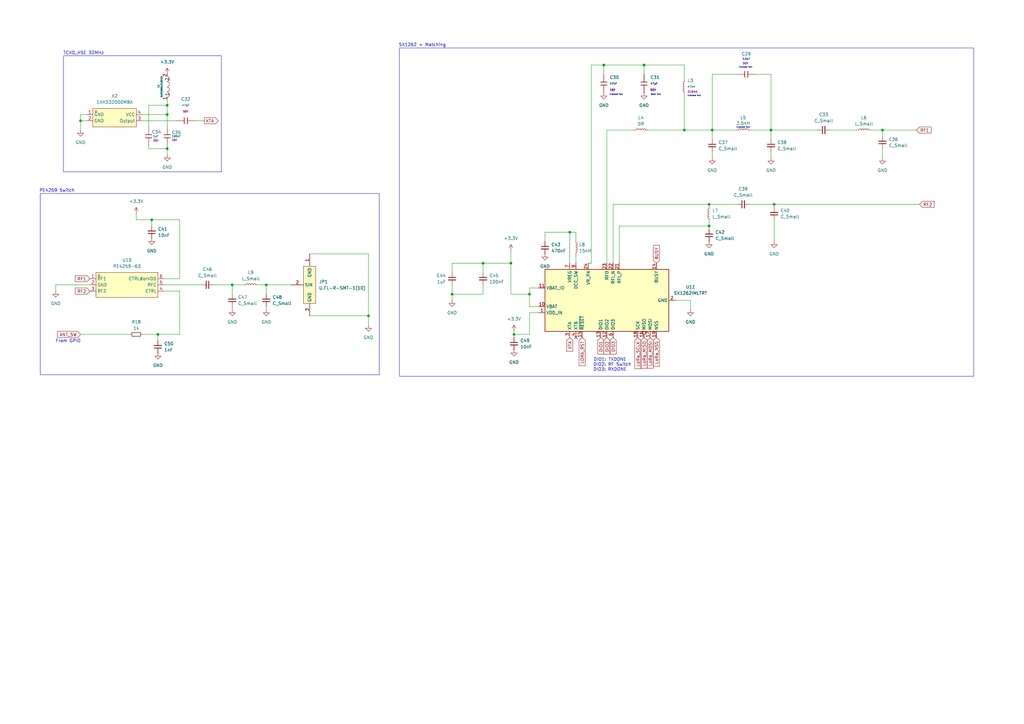
<source format=kicad_sch>
(kicad_sch (version 20250114) (generator "eeschema") (generator_version "9.0")
  (paper "A3")
  (lib_symbols
    (symbol "0402,100nF_1" (pin_numbers (hide yes)) (pin_names (offset 0))
      (property "Reference" "C" (at 2.032 1.668 0))
      (property "Value" "100nF" (at 2.032 -0.3782 0))
      (property "Voltage Rated" "16V" (at 2.032 -2.0462 0))
      (symbol "0402,100nF_1_0_1"
        (polyline (pts (xy -1.27 0.635) (xy 1.27 0.635)) (stroke (width 0.254)))
        (polyline (pts (xy -1.27 -0.635) (xy 1.27 -0.635)) (stroke (width 0.254)))
      )
      (symbol "0402,100nF_1_1_1"
        (pin passive line (at 0 3.81 270) (length 3.175) (name "~") (number "1"))
        (pin passive line (at 0 -3.81 90) (length 3.175) (name "~") (number "2"))
      )
    )
    (symbol "0402,1uF_2" (pin_numbers (hide yes)) (pin_names (offset 0))
      (property "Reference" "C" (at 2.032 1.668 0))
      (property "Value" "1uF" (at 2.032 -0.3782 0))
      (property "Voltage Rated" "25V" (at 2.032 -2.0462 0))
      (symbol "0402,1uF_2_0_1"
        (polyline (pts (xy -1.27 0.635) (xy 1.27 0.635)) (stroke (width 0.254)))
        (polyline (pts (xy -1.27 -0.635) (xy 1.27 -0.635)) (stroke (width 0.254)))
      )
      (symbol "0402,1uF_2_1_1"
        (pin passive line (at 0 3.81 270) (length 3.175) (name "~") (number "1"))
        (pin passive line (at 0 -3.81 90) (length 3.175) (name "~") (number "2"))
      )
    )
    (symbol "0402,47pF_1" (pin_numbers (hide yes)) (pin_names (offset 0))
      (property "Reference" "C" (at 2.032 1.668 0))
      (property "Value" "47pF" (at 2.032 -0.3782 0))
      (property "Voltage Rated" "50V" (at 2.032 -2.0462 0))
      (symbol "0402,47pF_1_0_1"
        (polyline (pts (xy -1.27 0.635) (xy 1.27 0.635)) (stroke (width 0.254)))
        (polyline (pts (xy -1.27 -0.635) (xy 1.27 -0.635)) (stroke (width 0.254)))
      )
      (symbol "0402,47pF_1_1_1"
        (pin passive line (at 0 3.81 270) (length 3.175) (name "~") (number "1"))
        (pin passive line (at 0 -3.81 90) (length 3.175) (name "~") (number "2"))
      )
    )
    (symbol "Device:C_Small" (pin_numbers (hide yes)) (pin_names (offset 0.254) (hide yes))
      (property "Reference" "C" (at 0.254 1.778 0))
      (property "Value" "C_Small" (at 0.254 -2.032 0))
      (symbol "C_Small_0_1"
        (polyline (pts (xy -1.524 0.508) (xy 1.524 0.508)) (stroke (width 0.3048)))
        (polyline (pts (xy -1.524 -0.508) (xy 1.524 -0.508)) (stroke (width 0.3302)))
      )
      (symbol "C_Small_1_1"
        (pin passive line (at 0 2.54 270) (length 2.032) (name "~") (number "1"))
        (pin passive line (at 0 -2.54 90) (length 2.032) (name "~") (number "2"))
      )
    )
    (symbol "Device:L_Small" (pin_numbers (hide yes)) (pin_names (offset 0.254) (hide yes))
      (property "Reference" "L" (at 0.762 1.016 0))
      (property "Value" "L_Small" (at 0.762 -1.016 0))
      (symbol "L_Small_0_1"
        (arc (start 0 2.032) (mid 0.5058 1.524) (end 0 1.016))
        (arc (start 0 1.016) (mid 0.5058 0.508) (end 0 0))
        (arc (start 0 0) (mid 0.5058 -0.508) (end 0 -1.016))
        (arc (start 0 -1.016) (mid 0.5058 -1.524) (end 0 -2.032))
      )
      (symbol "L_Small_1_1"
        (pin passive line (at 0 2.54 270) (length 0.508) (name "~") (number "1"))
        (pin passive line (at 0 -2.54 90) (length 0.508) (name "~") (number "2"))
      )
    )
    (symbol "Device:R_Small" (pin_numbers (hide yes)) (pin_names (offset 0.254) (hide yes))
      (property "Reference" "R" (at 0.762 0.508 0))
      (property "Value" "R_Small" (at 0.762 -1.016 0))
      (symbol "R_Small_0_1"
        (rectangle (start -0.762 1.778) (end 0.762 -1.778) (stroke (width 0.2032)))
      )
      (symbol "R_Small_1_1"
        (pin passive line (at 0 2.54 270) (length 0.762) (name "~") (number "1"))
        (pin passive line (at 0 -2.54 90) (length 0.762) (name "~") (number "2"))
      )
    )
    (symbol "EasyEDA:1XXD32000MBA"
      (property "Reference" "X" (at 0 6.35 0))
      (property "Value" "1XXD32000MBA" (at 0 -6.35 0))
      (symbol "1XXD32000MBA_0_1"
        (rectangle (start -8.89 3.81) (end 8.89 -3.81) (fill (type background)))
        (circle (center -7.62 2.54) (radius 0.38))
        (pin unspecified line (at -11.43 1.27 0) (length 2.54) (name "GND") (number "1"))
        (pin unspecified line (at -11.43 -1.27 0) (length 2.54) (name "GND") (number "2"))
        (pin unspecified line (at 11.43 1.27 180) (length 2.54) (name "VCC") (number "4"))
        (pin unspecified line (at 11.43 -1.27 180) (length 2.54) (name "Output") (number "3"))
      )
    )
    (symbol "EasyEDA:BLM18AG121SN1D"
      (property "Reference" "L" (at 0 5.08 0))
      (property "Value" "BLM18AG121SN1D" (at 0 -5.08 0))
      (symbol "BLM18AG121SN1D_0_1"
        (arc (start -2.27 -0.02) (mid -3.28 -0.937) (end -4.29 -0.02))
        (arc (start -0.11 -0.02) (mid -1.12 -0.937) (end -2.13 -0.02))
        (arc (start 2.04 -0.02) (mid 1.03 -0.937) (end 0.02 -0.02))
        (arc (start 4.23 -0.02) (mid 3.22 -0.9448) (end 2.21 -0.02))
        (pin unspecified line (at -5.08 0 0) (length 0.762) (name "1") (number "1"))
        (pin unspecified line (at 5.08 0 180) (length 0.762) (name "2") (number "2"))
      )
    )
    (symbol "EasyEDA:PE4259-63"
      (property "Reference" "U" (at 0 7.62 0))
      (property "Value" "PE4259-63" (at 0 -7.62 0))
      (symbol "PE4259-63_0_1"
        (rectangle (start -12.7 5.08) (end 12.7 -5.08) (fill (type background)))
        (circle (center -11.43 3.81) (radius 0.38))
        (pin unspecified line (at -15.24 2.54 0) (length 2.54) (name "RF1") (number "1"))
        (pin unspecified line (at -15.24 0 0) (length 2.54) (name "GND") (number "2"))
        (pin unspecified line (at -15.24 -2.54 0) (length 2.54) (name "RF2") (number "3"))
        (pin unspecified line (at 15.24 2.54 180) (length 2.54) (name "CTRL#orVDD") (number "6"))
        (pin unspecified line (at 15.24 0 180) (length 2.54) (name "RFC") (number "5"))
        (pin unspecified line (at 15.24 -2.54 180) (length 2.54) (name "CTRL") (number "4"))
      )
    )
    (symbol "EasyEDA:U.FL-R-SMT-1(10)"
      (property "Reference" "JP" (at 0 7.62 0))
      (property "Value" "U.FL-R-SMT-1(10)" (at 0 -10.16 0))
      (symbol "U.FL-R-SMT-1(10)_0_1"
        (rectangle (start -7.62 5.08) (end 7.62 0) (fill (type background)))
        (pin unspecified line (at -12.7 2.54 0) (length 5.08) (name "GND") (number "1"))
        (pin unspecified line (at 0 -5.08 90) (length 5.08) (name "SIN") (number "2"))
        (pin unspecified line (at 12.7 2.54 180) (length 5.08) (name "GND") (number "3"))
      )
    )
    (symbol "PCM_JLCPCB-Capacitors:0402,3.3pF" (pin_numbers (hide yes)) (pin_names (offset 0))
      (property "Reference" "C" (at 2.032 1.668 0))
      (property "Value" "3.3pF" (at 2.032 -0.3782 0))
      (property "Voltage Rated" "50V" (at 2.032 -2.0462 0))
      (symbol "0402,3.3pF_0_1"
        (polyline (pts (xy -1.27 0.635) (xy 1.27 0.635)) (stroke (width 0.254)))
        (polyline (pts (xy -1.27 -0.635) (xy 1.27 -0.635)) (stroke (width 0.254)))
      )
      (symbol "0402,3.3pF_1_1"
        (pin passive line (at 0 3.81 270) (length 3.175) (name "~") (number "1"))
        (pin passive line (at 0 -3.81 90) (length 3.175) (name "~") (number "2"))
      )
    )
    (symbol "PCM_JLCPCB-Capacitors:0402,47pF" (pin_numbers (hide yes)) (pin_names (offset 0))
      (property "Reference" "C" (at 2.032 1.668 0))
      (property "Value" "47pF" (at 2.032 -0.3782 0))
      (property "Voltage Rated" "50V" (at 2.032 -2.0462 0))
      (symbol "0402,47pF_0_1"
        (polyline (pts (xy -1.27 0.635) (xy 1.27 0.635)) (stroke (width 0.254)))
        (polyline (pts (xy -1.27 -0.635) (xy 1.27 -0.635)) (stroke (width 0.254)))
      )
      (symbol "0402,47pF_1_1"
        (pin passive line (at 0 3.81 270) (length 3.175) (name "~") (number "1"))
        (pin passive line (at 0 -3.81 90) (length 3.175) (name "~") (number "2"))
      )
    )
    (symbol "RF:SX1262IMLTRT"
      (property "Reference" "U" (at 13.97 24.13 0))
      (property "Value" "SX1262IMLTRT" (at 13.97 21.59 0))
      (symbol "SX1262IMLTRT_0_1"
        (rectangle (start -12.7 25.4) (end 12.7 -25.4) (stroke (width 0.254)) (fill (type background)))
      )
      (symbol "SX1262IMLTRT_1_1"
        (pin bidirectional line (at -15.24 15.24 0) (length 2.54) (name "XTA") (number "3"))
        (pin bidirectional line (at -15.24 12.7 0) (length 2.54) (name "XTB") (number "4"))
        (pin input line (at -15.24 10.16 0) (length 2.54) (name "~{RESET}") (number "15"))
        (pin bidirectional line (at -15.24 2.54 0) (length 2.54) (name "DIO1") (number "13"))
        (pin bidirectional line (at -15.24 0 0) (length 2.54) (name "DIO2") (number "12"))
        (pin bidirectional line (at -15.24 -2.54 0) (length 2.54) (name "DIO3") (number "6"))
        (pin input line (at -15.24 -12.7 0) (length 2.54) (name "SCK") (number "18"))
        (pin tri_state inverted (at -15.24 -15.24 0) (length 2.54) (name "MISO") (number "16"))
        (pin input line (at -15.24 -17.78 0) (length 2.54) (name "MOSI") (number "17"))
        (pin input line (at -15.24 -20.32 0) (length 2.54) (name "NSS") (number "19"))
        (pin power_in line (at -5.08 27.94 270) (length 2.54) (name "VDD_IN") (number "1"))
        (pin power_in line (at -2.54 27.94 270) (length 2.54) (name "VBAT") (number "10"))
        (pin power_in line (at 0 -27.94 90) (length 2.54) (name "GND") (number "2"))
        (pin passive line (at 0 -27.94 90) (length 2.54) (hide yes) (name "GND") (number "20"))
        (pin passive line (at 0 -27.94 90) (length 2.54) (hide yes) (name "GND") (number "25"))
        (pin passive line (at 0 -27.94 90) (length 2.54) (hide yes) (name "GND") (number "5"))
        (pin passive line (at 0 -27.94 90) (length 2.54) (hide yes) (name "GND") (number "8"))
        (pin power_in line (at 5.08 27.94 270) (length 2.54) (name "VBAT_IO") (number "11"))
        (pin power_out line (at 15.24 15.24 180) (length 2.54) (name "VREG") (number "7"))
        (pin power_out line (at 15.24 12.7 180) (length 2.54) (name "DCC_SW") (number "9"))
        (pin power_out line (at 15.24 7.62 180) (length 2.54) (name "VR_PA") (number "24"))
        (pin output line (at 15.24 0 180) (length 2.54) (name "RFO") (number "23"))
        (pin input line (at 15.24 -2.54 180) (length 2.54) (name "RFI_N") (number "22"))
        (pin input line (at 15.24 -5.08 180) (length 2.54) (name "RFI_P") (number "21"))
        (pin output line (at 15.24 -20.32 180) (length 2.54) (name "BUSY") (number "14"))
      )
    )
    (symbol "power:+3.3V" (power) (pin_numbers (hide yes)) (pin_names (offset 0) (hide yes))
      (property "Value" "+3.3V" (at 0 3.556 0))
      (symbol "+3.3V_0_1"
        (polyline (pts (xy -0.762 1.27) (xy 0 2.54)))
        (polyline (pts (xy 0 2.54) (xy 0.762 1.27)))
        (polyline (pts (xy 0 0) (xy 0 2.54)))
      )
      (symbol "+3.3V_1_1"
        (pin power_in line (at 0 0 90) (length 0) (name "~") (number "1"))
      )
    )
    (symbol "power:GND" (power) (pin_numbers (hide yes)) (pin_names (offset 0) (hide yes))
      (property "Value" "GND" (at 0 -3.81 0))
      (symbol "GND_0_1"
        (polyline (pts (xy 0 0) (xy 0 -1.27) (xy 1.27 -1.27) (xy 0 -2.54) (xy -1.27 -1.27) (xy 0 -1.27)))
      )
      (symbol "GND_1_1"
        (pin power_in line (at 0 0 270) (length 0) (name "~") (number "1"))
      )
    )
  )
  (rectangle (start 26.035 22.86) (end 90.805 70.485))
  (rectangle (start 16.51 79.375) (end 155.575 153.67))
  (rectangle (start 163.83 19.685) (end 399.415 154.305))
  (text "SX1262 + Matching" (at 173.228 18.542 0) (effects (font (size 1.27 1.27))))
  (text "PE4259 Switch" (at 23.368 78.232 0) (effects (font (size 1.27 1.27))))
  (text "DIO1: TXDONE\n  DIO2: RF Switch\n DIO3: RXDONE " (at 250.19 149.606 0) (effects (font (size 1.27 1.27))))
  (text "Extended Part" (at 252.73 38.862 0) (effects (font (size 0.508 0.508))))
  (text "From GPIO" (at 27.94 139.954 0) (effects (font (size 1.27 1.27))))
  (text "Basic Part" (at 268.986 38.862 0) (effects (font (size 0.508 0.508))))
  (text "Extended Part" (at 304.8 52.324 0) (effects (font (size 0.508 0.508))))
  (text "Extended Part" (at 284.734 39.37 0) (effects (font (size 0.508 0.508))))
  (text "Extended Part" (at 305.816 27.686 0) (effects (font (size 0.508 0.508))))
  (text "TCXO_HSE 32MHz\n" (at 34.29 21.844 0) (effects (font (size 1.27 1.27))))
  (junction (at 217.17 120.65))
  (junction (at 209.55 107.95))
  (junction (at 33.02 49.53))
  (junction (at 317.5 83.82))
  (junction (at 280.67 53.34))
  (junction (at 64.77 137.16))
  (junction (at 290.83 83.82))
  (junction (at 62.23 90.17))
  (junction (at 68.58 43.18))
  (junction (at 247.65 26.67))
  (junction (at 185.42 120.65))
  (junction (at 292.1 53.34))
  (junction (at 210.82 137.16))
  (junction (at 264.16 26.67))
  (junction (at 68.58 46.99))
  (junction (at 361.95 53.34))
  (junction (at 233.68 95.25))
  (junction (at 198.12 107.95))
  (junction (at 151.13 129.54))
  (junction (at 290.83 92.71))
  (junction (at 109.22 116.84))
  (junction (at 316.23 53.34))
  (junction (at 68.58 60.96))
  (junction (at 95.25 116.84))
  (no_connect (at 236.22 138.43))
  (wire (pts (xy 251.46 83.82) (xy 290.83 83.82)))
  (wire (pts (xy 316.23 62.23) (xy 316.23 64.77)))
  (wire (pts (xy 68.58 59.69) (xy 68.58 60.96)))
  (wire (pts (xy 242.57 26.67) (xy 242.57 107.95)))
  (wire (pts (xy 248.92 53.34) (xy 260.35 53.34)))
  (wire (pts (xy 68.58 60.96) (xy 68.58 63.5)))
  (wire (pts (xy 33.02 49.53) (xy 35.56 49.53)))
  (wire (pts (xy 290.83 90.17) (xy 290.83 92.71)))
  (wire (pts (xy 280.67 53.34) (xy 265.43 53.34)))
  (wire (pts (xy 361.95 53.34) (xy 375.92 53.34)))
  (wire (pts (xy 290.83 85.09) (xy 290.83 83.82)))
  (wire (pts (xy 247.65 26.67) (xy 247.65 30.48)))
  (wire (pts (xy 67.31 114.3) (xy 73.66 114.3)))
  (wire (pts (xy 316.23 30.48) (xy 316.23 53.34)))
  (wire (pts (xy 280.67 53.34) (xy 292.1 53.34)))
  (wire (pts (xy 60.96 60.96) (xy 68.58 60.96)))
  (wire (pts (xy 109.22 116.84) (xy 119.38 116.84)))
  (wire (pts (xy 22.86 119.38) (xy 22.86 116.84)))
  (wire (pts (xy 185.42 107.95) (xy 198.12 107.95)))
  (wire (pts (xy 236.22 104.14) (xy 236.22 107.95)))
  (wire (pts (xy 233.68 107.95) (xy 233.68 95.25)))
  (wire (pts (xy 33.02 46.99) (xy 33.02 49.53)))
  (wire (pts (xy 185.42 111.76) (xy 185.42 107.95)))
  (wire (pts (xy 242.57 26.67) (xy 247.65 26.67)))
  (wire (pts (xy 209.55 107.95) (xy 209.55 120.65)))
  (wire (pts (xy 209.55 120.65) (xy 217.17 120.65)))
  (wire (pts (xy 64.77 137.16) (xy 64.77 139.7)))
  (wire (pts (xy 280.67 33.02) (xy 280.67 26.67)))
  (wire (pts (xy 290.83 83.82) (xy 302.26 83.82)))
  (wire (pts (xy 309.88 30.48) (xy 316.23 30.48)))
  (wire (pts (xy 68.58 40.64) (xy 68.58 43.18)))
  (wire (pts (xy 307.34 83.82) (xy 317.5 83.82)))
  (wire (pts (xy 233.68 95.25) (xy 223.52 95.25)))
  (wire (pts (xy 292.1 62.23) (xy 292.1 64.77)))
  (wire (pts (xy 217.17 125.73) (xy 220.98 125.73)))
  (wire (pts (xy 67.31 119.38) (xy 73.66 119.38)))
  (wire (pts (xy 22.86 116.84) (xy 36.83 116.84)))
  (wire (pts (xy 292.1 53.34) (xy 292.1 57.15)))
  (wire (pts (xy 340.36 53.34) (xy 351.79 53.34)))
  (wire (pts (xy 251.46 107.95) (xy 251.46 83.82)))
  (wire (pts (xy 67.31 116.84) (xy 82.55 116.84)))
  (wire (pts (xy 55.88 90.17) (xy 62.23 90.17)))
  (wire (pts (xy 242.57 107.95) (xy 241.3 107.95)))
  (wire (pts (xy 292.1 30.48) (xy 292.1 53.34)))
  (wire (pts (xy 292.1 53.34) (xy 302.26 53.34)))
  (wire (pts (xy 185.42 120.65) (xy 185.42 116.84)))
  (wire (pts (xy 217.17 118.11) (xy 217.17 120.65)))
  (wire (pts (xy 60.96 52.07) (xy 60.96 43.18)))
  (wire (pts (xy 264.16 26.67) (xy 264.16 30.48)))
  (wire (pts (xy 280.67 26.67) (xy 264.16 26.67)))
  (wire (pts (xy 280.67 38.1) (xy 280.67 53.34)))
  (wire (pts (xy 254 107.95) (xy 254 92.71)))
  (wire (pts (xy 236.22 95.25) (xy 233.68 95.25)))
  (wire (pts (xy 127 129.54) (xy 151.13 129.54)))
  (wire (pts (xy 236.22 99.06) (xy 236.22 95.25)))
  (wire (pts (xy 73.66 137.16) (xy 64.77 137.16)))
  (wire (pts (xy 317.5 83.82) (xy 317.5 85.09)))
  (wire (pts (xy 62.23 90.17) (xy 62.23 92.71)))
  (wire (pts (xy 95.25 116.84) (xy 100.33 116.84)))
  (wire (pts (xy 151.13 104.14) (xy 151.13 129.54)))
  (wire (pts (xy 317.5 83.82) (xy 377.19 83.82)))
  (wire (pts (xy 33.02 49.53) (xy 33.02 53.34)))
  (wire (pts (xy 361.95 53.34) (xy 361.95 55.88)))
  (wire (pts (xy 83.82 49.53) (xy 80.01 49.53)))
  (wire (pts (xy 151.13 104.14) (xy 127 104.14)))
  (wire (pts (xy 198.12 107.95) (xy 198.12 111.76)))
  (wire (pts (xy 210.82 138.43) (xy 210.82 137.16)))
  (wire (pts (xy 254 92.71) (xy 290.83 92.71)))
  (wire (pts (xy 95.25 125.73) (xy 95.25 127)))
  (wire (pts (xy 55.88 87.63) (xy 55.88 90.17)))
  (wire (pts (xy 105.41 116.84) (xy 109.22 116.84)))
  (wire (pts (xy 109.22 116.84) (xy 109.22 120.65)))
  (wire (pts (xy 60.96 43.18) (xy 68.58 43.18)))
  (wire (pts (xy 68.58 43.18) (xy 68.58 46.99)))
  (wire (pts (xy 33.02 137.16) (xy 53.34 137.16)))
  (wire (pts (xy 35.56 46.99) (xy 33.02 46.99)))
  (wire (pts (xy 302.26 30.48) (xy 292.1 30.48)))
  (wire (pts (xy 316.23 53.34) (xy 316.23 57.15)))
  (wire (pts (xy 185.42 120.65) (xy 185.42 123.19)))
  (wire (pts (xy 198.12 116.84) (xy 198.12 120.65)))
  (wire (pts (xy 356.87 53.34) (xy 361.95 53.34)))
  (wire (pts (xy 73.66 114.3) (xy 73.66 90.17)))
  (wire (pts (xy 220.98 128.27) (xy 217.17 128.27)))
  (wire (pts (xy 198.12 107.95) (xy 209.55 107.95)))
  (wire (pts (xy 58.42 46.99) (xy 68.58 46.99)))
  (wire (pts (xy 95.25 120.65) (xy 95.25 116.84)))
  (wire (pts (xy 316.23 53.34) (xy 335.28 53.34)))
  (wire (pts (xy 58.42 137.16) (xy 64.77 137.16)))
  (wire (pts (xy 151.13 129.54) (xy 151.13 133.35)))
  (wire (pts (xy 283.21 123.19) (xy 283.21 127)))
  (wire (pts (xy 109.22 125.73) (xy 109.22 127)))
  (wire (pts (xy 317.5 99.06) (xy 317.5 90.17)))
  (wire (pts (xy 361.95 64.77) (xy 361.95 60.96)))
  (wire (pts (xy 68.58 46.99) (xy 68.58 52.07)))
  (wire (pts (xy 60.96 59.69) (xy 60.96 60.96)))
  (wire (pts (xy 290.83 92.71) (xy 290.83 93.98)))
  (wire (pts (xy 307.34 53.34) (xy 316.23 53.34)))
  (wire (pts (xy 217.17 120.65) (xy 217.17 125.73)))
  (wire (pts (xy 185.42 120.65) (xy 198.12 120.65)))
  (wire (pts (xy 73.66 119.38) (xy 73.66 137.16)))
  (wire (pts (xy 210.82 137.16) (xy 210.82 135.89)))
  (wire (pts (xy 276.86 123.19) (xy 283.21 123.19)))
  (wire (pts (xy 217.17 137.16) (xy 210.82 137.16)))
  (wire (pts (xy 223.52 95.25) (xy 223.52 99.06)))
  (wire (pts (xy 220.98 118.11) (xy 217.17 118.11)))
  (wire (pts (xy 248.92 53.34) (xy 248.92 107.95)))
  (wire (pts (xy 87.63 116.84) (xy 95.25 116.84)))
  (wire (pts (xy 264.16 26.67) (xy 247.65 26.67)))
  (wire (pts (xy 217.17 128.27) (xy 217.17 137.16)))
  (wire (pts (xy 73.66 90.17) (xy 62.23 90.17)))
  (wire (pts (xy 209.55 102.87) (xy 209.55 107.95)))
  (wire (pts (xy 58.42 49.53) (xy 72.39 49.53)))
  (global_label "DIO1" (shape input) (at 246.38 138.43 270) (property "Intersheetrefs" "${INTERSHEET_REFS}" (effects (hide yes))))
  (global_label "LoRa_MISO" (shape input) (at 264.16 138.43 270) (property "Intersheetrefs" "${INTERSHEET_REFS}" (effects (hide yes))))
  (global_label "LORA_RST" (shape input) (at 238.76 138.43 270) (property "Intersheetrefs" "${INTERSHEET_REFS}" (effects (hide yes))))
  (global_label "XTA" (shape input) (at 233.68 138.43 270) (property "Intersheetrefs" "${INTERSHEET_REFS}" (effects (hide yes))))
  (global_label "RF2" (shape input) (at 36.83 119.38 180) (property "Intersheetrefs" "${INTERSHEET_REFS}" (effects (hide yes))))
  (global_label "DIO2" (shape input) (at 248.92 138.43 270) (property "Intersheetrefs" "${INTERSHEET_REFS}" (effects (hide yes))))
  (global_label "BUSY" (shape input) (at 269.24 107.95 90) (property "Intersheetrefs" "${INTERSHEET_REFS}" (effects (hide yes))))
  (global_label "LoRa_SCLK" (shape input) (at 261.62 138.43 270) (property "Intersheetrefs" "${INTERSHEET_REFS}" (effects (hide yes))))
  (global_label "XTA" (shape output) (at 83.82 49.53 0) (property "Intersheetrefs" "${INTERSHEET_REFS}" (effects (hide yes))))
  (global_label "LoRa_NSS" (shape input) (at 269.24 138.43 270) (property "Intersheetrefs" "${INTERSHEET_REFS}" (effects (hide yes))))
  (global_label "ANT_SW" (shape input) (at 33.02 137.16 180) (property "Intersheetrefs" "${INTERSHEET_REFS}" (effects (hide yes))))
  (global_label "DIO3" (shape input) (at 251.46 138.43 270) (property "Intersheetrefs" "${INTERSHEET_REFS}" (effects (hide yes))))
  (global_label "RF1" (shape input) (at 375.92 53.34 0) (property "Intersheetrefs" "${INTERSHEET_REFS}" (effects (hide yes))))
  (global_label "RF1" (shape input) (at 36.83 114.3 180) (property "Intersheetrefs" "${INTERSHEET_REFS}" (effects (hide yes))))
  (global_label "RF2" (shape input) (at 377.19 83.82 0) (property "Intersheetrefs" "${INTERSHEET_REFS}" (effects (hide yes))))
  (global_label "LoRa_MOSI" (shape input) (at 266.7 138.43 270) (property "Intersheetrefs" "${INTERSHEET_REFS}" (effects (hide yes))))
  (symbol (lib_id "Device:C_Small") (at 223.52 101.6 0) (unit 1)
    (property "Reference" "C43" (at 226.06 100.3362 0) (effects (justify left)))
    (property "Value" "470nF" (at 226.06 102.8762 0) (effects (justify left)))
    (property "Footprint" "PCM_JLCPCB:C_0402" (effects (hide yes)))
    (property "Description" "Unpolarized capacitor, small symbol" (effects (hide yes)))
  )
  (symbol (lib_id "power:GND") (at 317.5 99.06 0) (unit 1)
    (property "Reference" "#PWR055" (effects (hide yes)))
    (property "Value" "GND" (at 317.5 104.14 0))
    (property "Description" "Power symbol creates a global label with name \"GND\" , ground" (effects (hide yes)))
  )
  (symbol (lib_id "power:GND") (at 95.25 127 0) (unit 1)
    (property "Reference" "#PWR060" (effects (hide yes)))
    (property "Value" "GND" (at 95.25 132.08 0))
    (property "Description" "Power symbol creates a global label with name \"GND\" , ground" (effects (hide yes)))
  )
  (symbol (lib_id "Device:C_Small") (at 185.42 114.3 0) (mirror y) (unit 1)
    (property "Reference" "C44" (at 182.88 113.0362 0) (effects (justify left)))
    (property "Value" "1uF" (at 182.88 115.5762 0) (effects (justify left)))
    (property "Footprint" "PCM_JLCPCB:C_0402" (effects (hide yes)))
    (property "Description" "Unpolarized capacitor, small symbol" (effects (hide yes)))
  )
  (symbol (lib_id "Device:R_Small") (at 55.88 137.16 90) (unit 1)
    (property "Reference" "R18" (at 55.88 132.08 90))
    (property "Value" "1k" (at 55.88 134.62 90))
    (property "Footprint" "Resistor_SMD:R_0402_1005Metric" (effects (hide yes)))
    (property "Description" "Resistor, small symbol" (effects (hide yes)))
  )
  (symbol (lib_id "Device:L_Small") (at 304.8 53.34 90) (unit 1)
    (property "Reference" "L5" (at 304.8 48.26 90))
    (property "Value" "2.5nH" (at 304.8 50.546 90))
    (property "Footprint" "PCM_JLCPCB:C_0402" (effects (hide yes)))
    (property "Description" "RF Inductors - SMD 2.5 NH +-.2NH" (effects (hide yes)))
    (property "Part" "LQW15AN2N5C00D" (effects (hide yes)))
    (property "Manufacturer" "Murata Electronics" (effects (hide yes)))
  )
  (symbol (lib_id "Device:C_Small") (at 317.5 87.63 180) (unit 1)
    (property "Reference" "C40" (at 320.04 86.3535 0) (effects (justify right)))
    (property "Value" "C_Small" (at 320.04 88.8935 0) (effects (justify right)))
    (property "Footprint" "PCM_JLCPCB:C_0402" (effects (hide yes)))
    (property "Description" "Unpolarized capacitor, small symbol" (effects (hide yes)))
  )
  (symbol (lib_id "Device:L_Small") (at 290.83 87.63 180) (unit 1)
    (property "Reference" "L7" (at 292.1 86.3599 0) (effects (justify right)))
    (property "Value" "L_Small" (at 292.1 88.8999 0) (effects (justify right)))
    (property "Footprint" "Inductor_SMD:L_0402_1005Metric" (effects (hide yes)))
    (property "Description" "Inductor, small symbol" (effects (hide yes)))
  )
  (symbol (lib_id "Device:C_Small") (at 292.1 59.69 0) (unit 1)
    (property "Reference" "C37" (at 294.64 58.4262 0) (effects (justify left)))
    (property "Value" "C_Small" (at 294.64 60.9662 0) (effects (justify left)))
    (property "Footprint" "PCM_JLCPCB:C_0402" (effects (hide yes)))
    (property "Description" "Unpolarized capacitor, small symbol" (effects (hide yes)))
  )
  (symbol (lib_id "power:GND") (at 210.82 143.51 0) (unit 1)
    (property "Reference" "#PWR065" (effects (hide yes)))
    (property "Value" "GND" (at 210.82 148.59 0))
    (property "Description" "Power symbol creates a global label with name \"GND\" , ground" (effects (hide yes)))
  )
  (symbol (lib_id "power:GND") (at 64.77 144.78 0) (unit 1)
    (property "Reference" "#PWR066" (effects (hide yes)))
    (property "Value" "GND" (at 64.77 149.86 0))
    (property "Description" "Power symbol creates a global label with name \"GND\" , ground" (effects (hide yes)))
  )
  (symbol (lib_id "Device:L_Small") (at 354.33 53.34 90) (unit 1)
    (property "Reference" "L6" (at 354.33 48.26 90))
    (property "Value" "L_Small" (at 354.33 50.8 90))
    (property "Footprint" "Inductor_SMD:L_0402_1005Metric" (effects (hide yes)))
    (property "Description" "Inductor, small symbol" (effects (hide yes)))
  )
  (symbol (lib_id "power:GND") (at 151.13 133.35 0) (unit 1)
    (property "Reference" "#PWR063" (effects (hide yes)))
    (property "Value" "GND" (at 151.13 138.43 0))
    (property "Description" "Power symbol creates a global label with name \"GND\" , ground" (effects (hide yes)))
  )
  (symbol (lib_id "power:+3.3V") (at 55.88 87.63 0) (unit 1)
    (property "Reference" "#PWR052" (effects (hide yes)))
    (property "Value" "+3.3V" (at 55.88 82.55 0))
    (property "Description" "Power symbol creates a global label with name \"+3.3V\"" (effects (hide yes)))
  )
  (symbol (lib_id "power:GND") (at 223.52 104.14 0) (unit 1)
    (property "Reference" "#PWR057" (effects (hide yes)))
    (property "Value" "GND" (at 223.52 109.22 0))
    (property "Description" "Power symbol creates a global label with name \"GND\" , ground" (effects (hide yes)))
  )
  (symbol (lib_id "PCM_JLCPCB-Capacitors:0402,3.3pF") (at 306.07 30.48 90) (unit 1)
    (property "Reference" "C29" (at 306.07 22.098 90))
    (property "Value" "3.0pF" (at 306.07 24.13 90) (effects (font (size 0.8 0.8))))
    (property "Footprint" "PCM_JLCPCB:C_0402" (effects (hide yes)))
    (property "Description" "Multilayer Ceramic Capacitors MLCC - SMD/SMT 3 pF 50 VDC 0.1 pF 0402 C0G (NP0)" (effects (hide yes)))
    (property "LCSC" "C1565" (effects (hide yes)))
    (property "Stock" "99487" (effects (hide yes)))
    (property "Price" "0.004USD" (effects (hide yes)))
    (property "Process" "SMT" (effects (hide yes)))
    (property "Minimum Qty" "20" (effects (hide yes)))
    (property "Attrition Qty" "10" (effects (hide yes)))
    (property "Class" "Preferred Component" (effects (hide yes)))
    (property "Category" "Capacitors,Multilayer Ceramic Capacitors MLCC - SMD/SMT" (effects (hide yes)))
    (property "Manufacturer" "Murata Electronics" (effects (hide yes)))
    (property "Part" "GJM1555C1H3R0BB01D" (effects (hide yes)))
    (property "Voltage Rated" "50V" (at 305.816 25.908 90) (effects (font (size 0.8 0.8))))
    (property "Capacitance" "3pF" (effects (hide yes)))
    (property "Temperature Coefficient" "C0G" (effects (hide yes)))
  )
  (symbol (lib_id "Device:C_Small") (at 361.95 58.42 180) (unit 1)
    (property "Reference" "C36" (at 364.49 57.1435 0) (effects (justify right)))
    (property "Value" "C_Small" (at 364.49 59.6835 0) (effects (justify right)))
    (property "Footprint" "PCM_JLCPCB:C_0402" (effects (hide yes)))
    (property "Description" "Unpolarized capacitor, small symbol" (effects (hide yes)))
  )
  (symbol (lib_id "power:+3.3V") (at 209.55 102.87 0) (unit 1)
    (property "Reference" "#PWR056" (effects (hide yes)))
    (property "Value" "+3.3V" (at 209.55 97.79 0))
    (property "Description" "Power symbol creates a global label with name \"+3.3V\"" (effects (hide yes)))
  )
  (symbol (lib_id "EasyEDA:PE4259-63") (at 52.07 116.84 0) (unit 1)
    (property "Reference" "U10" (at 52.07 106.68 0))
    (property "Value" "PE4259-63" (at 52.07 109.22 0))
    (property "Footprint" "EasyEDA:SC-70-6_L2.2-W1.3-P0.65-LS2.1-BL" (effects (hide yes)))
    (property "Datasheet" "https://lcsc.com/product-detail/RF-Switches_PS-PE4259-63_C470892.html" (effects (hide yes)))
    (property "LCSC Part" "C470892" (effects (hide yes)))
  )
  (symbol (lib_id "power:GND") (at 185.42 123.19 0) (unit 1)
    (property "Reference" "#PWR059" (effects (hide yes)))
    (property "Value" "GND" (at 185.42 128.27 0))
    (property "Description" "Power symbol creates a global label with name \"GND\" , ground" (effects (hide yes)))
  )
  (symbol (lib_id "Device:C_Small") (at 290.83 96.52 180) (unit 1)
    (property "Reference" "C42" (at 293.37 95.2435 0) (effects (justify right)))
    (property "Value" "C_Small" (at 293.37 97.7835 0) (effects (justify right)))
    (property "Footprint" "PCM_JLCPCB:C_0402" (effects (hide yes)))
    (property "Description" "Unpolarized capacitor, small symbol" (effects (hide yes)))
  )
  (symbol (lib_id "Device:L_Small") (at 280.67 35.56 180) (unit 1)
    (property "Reference" "L3" (at 281.94 33.0199 0) (effects (justify right)))
    (property "Value" "47nH" (at 281.94 35.56 0) (effects (font (size 0.8 0.8)) (justify right)))
    (property "Footprint" "PCM_JLCPCB:C_0402" (effects (hide yes)))
    (property "Description" "210mA 47nH ±5% 0402 Power Inductors ROHS" (effects (hide yes)))
    (property "LCSC" "C192855" (effects (hide yes)))
    (property "Class" "Extended Part" (effects (hide yes)))
    (property "Current Rating" "210mA" (at 281.94 37.592 0) (effects (font (size 0.8 0.8)) (justify right)))
    (property "Part" "LQW15AN47NJ00D" (effects (hide yes)))
    (property "Manufacturer" "Murata Electronics" (effects (hide yes)))
  )
  (symbol (lib_id "RF:SX1262IMLTRT") (at 248.92 123.19 90) (unit 1)
    (property "Reference" "U11" (at 283.21 117.6938 90))
    (property "Value" "SX1262IMLTRT" (at 283.21 120.2338 90))
    (property "Footprint" "Package_DFN_QFN:QFN-24-1EP_4x4mm_P0.5mm_EP2.6x2.6mm" (effects (hide yes)))
    (property "Datasheet" "https://semtech.file.force.com/sfc/dist/version/download/?oid=00DE0000000JelG&ids=0682R00000IjPWSQA3&d=%2Fa%2F2R000000Un7F%2FyT.fKdAr9ZAo3cJLc4F2cBdUsMftpT2vsOICP7NmvMo" (effects (hide yes)))
    (property "Description" "150 MHz to 960 MHz Low Power Long Range Transceiver, 22dBm output power, spreading factor from 5 to 12, LoRA, QFN-24" (effects (hide yes)))
  )
  (symbol (lib_id "Device:C_Small") (at 109.22 123.19 180) (unit 1)
    (property "Reference" "C48" (at 111.76 121.9135 0) (effects (justify right)))
    (property "Value" "C_Small" (at 111.76 124.4535 0) (effects (justify right)))
    (property "Footprint" "PCM_JLCPCB:C_0402" (effects (hide yes)))
    (property "Description" "Unpolarized capacitor, small symbol" (effects (hide yes)))
  )
  (symbol (lib_id "PCM_JLCPCB-Capacitors:0402,47pF") (at 247.65 34.29 0) (unit 1)
    (property "Reference" "C30" (at 250.0485 31.7499 0) (effects (justify left)))
    (property "Value" "47nF" (at 250.0485 34.29 0) (effects (font (size 0.8 0.8)) (justify left)))
    (property "Footprint" "PCM_JLCPCB:C_0402" (effects (hide yes)))
    (property "Description" "16V 47nF X7R ±10% 0402 Multilayer Ceramic Capacitors MLCC - SMD/SMT ROHS" (effects (hide yes)))
    (property "LCSC" "C77012" (effects (hide yes)))
    (property "Stock" "11053" (effects (hide yes)))
    (property "Price" "0.01USD" (effects (hide yes)))
    (property "Process" "SMT" (effects (hide yes)))
    (property "Minimum Qty" "20" (effects (hide yes)))
    (property "Attrition Qty" "10" (effects (hide yes)))
    (property "Class" "Extended Part" (effects (hide yes)))
    (property "Category" "Capacitors,Multilayer Ceramic Capacitors MLCC - SMD/SMT" (effects (hide yes)))
    (property "Manufacturer" "Murata Electronics" (effects (hide yes)))
    (property "Part" "GRM155R71C473KA01D" (effects (hide yes)))
    (property "Voltage Rated" "16V" (at 250.0485 36.83 0) (effects (font (size 0.8 0.8)) (justify left)))
    (property "Tolerance" "±10%" (effects (hide yes)))
    (property "Capacitance" "47nF" (effects (hide yes)))
    (property "Temperature Coefficient" "C0G" (effects (hide yes)))
  )
  (symbol (lib_id "power:GND") (at 316.23 64.77 0) (unit 1)
    (property "Reference" "#PWR050" (effects (hide yes)))
    (property "Value" "GND" (at 316.23 69.85 0))
    (property "Description" "Power symbol creates a global label with name \"GND\" , ground" (effects (hide yes)))
  )
  (symbol (lib_id "Device:C_Small") (at 64.77 142.24 180) (unit 1)
    (property "Reference" "C50" (at 67.31 140.9635 0) (effects (justify right)))
    (property "Value" "1nF" (at 67.31 143.5035 0) (effects (justify right)))
    (property "Footprint" "PCM_JLCPCB:C_0402" (effects (hide yes)))
    (property "Description" "Unpolarized capacitor, small symbol" (effects (hide yes)))
  )
  (symbol (lib_name "0402,100nF_1") (lib_id "PCM_JLCPCB-Capacitors:0402,100nF") (at 68.58 55.88 0) (unit 1)
    (property "Reference" "C35" (at 70.358 54.356 0) (effects (justify left)))
    (property "Value" "100nF" (at 70.358 55.88 0) (effects (font (size 0.8 0.8)) (justify left)))
    (property "Footprint" "PCM_JLCPCB:C_0402" (effects (hide yes)))
    (property "Datasheet" "https://www.lcsc.com/datasheet/lcsc_datasheet_2304140030_Samsung-Electro-Mechanics-CL05B104KO5NNNC_C1525.pdf" (effects (hide yes)))
    (property "Description" "16V 100nF X7R ±10% 0402 Multilayer Ceramic Capacitors MLCC - SMD/SMT ROHS" (effects (hide yes)))
    (property "LCSC" "C1525" (effects (hide yes)))
    (property "Stock" "12931403" (effects (hide yes)))
    (property "Price" "0.004USD" (effects (hide yes)))
    (property "Process" "SMT" (effects (hide yes)))
    (property "Minimum Qty" "20" (effects (hide yes)))
    (property "Attrition Qty" "10" (effects (hide yes)))
    (property "Class" "Basic Component" (effects (hide yes)))
    (property "Category" "Capacitors,Multilayer Ceramic Capacitors MLCC - SMD/SMT" (effects (hide yes)))
    (property "Manufacturer" "Samsung Electro-Mechanics" (effects (hide yes)))
    (property "Part" "CL05B104KO5NNNC" (effects (hide yes)))
    (property "Voltage Rated" "16V" (at 70.358 57.404 0) (effects (font (size 0.8 0.8)) (justify left)))
    (property "Tolerance" "±10%" (effects (hide yes)))
    (property "Capacitance" "100nF" (effects (hide yes)))
    (property "Temperature Coefficient" "X7R" (effects (hide yes)))
  )
  (symbol (lib_id "PCM_JLCPCB-Capacitors:0402,47pF") (at 264.16 34.29 0) (unit 1)
    (property "Reference" "C31" (at 266.7 31.7499 0) (effects (justify left)))
    (property "Value" "47pF" (at 266.7 34.29 0) (effects (font (size 0.8 0.8)) (justify left)))
    (property "Footprint" "PCM_JLCPCB:C_0402" (effects (hide yes)))
    (property "Datasheet" "https://www.lcsc.com/datasheet/lcsc_datasheet_2304140030_FH--Guangdong-Fenghua-Advanced-Tech-0402CG470J500NT_C1567.pdf" (effects (hide yes)))
    (property "Description" "50V 47pF C0G ±5% 0402 Multilayer Ceramic Capacitors MLCC - SMD/SMT ROHS" (effects (hide yes)))
    (property "LCSC" "C1567" (effects (hide yes)))
    (property "Stock" "189458" (effects (hide yes)))
    (property "Price" "0.004USD" (effects (hide yes)))
    (property "Process" "SMT" (effects (hide yes)))
    (property "Minimum Qty" "20" (effects (hide yes)))
    (property "Attrition Qty" "10" (effects (hide yes)))
    (property "Class" "Basic Component" (effects (hide yes)))
    (property "Category" "Capacitors,Multilayer Ceramic Capacitors MLCC - SMD/SMT" (effects (hide yes)))
    (property "Manufacturer" "FH(Guangdong Fenghua Advanced Tech)" (effects (hide yes)))
    (property "Part" "0402CG470J500NT" (effects (hide yes)))
    (property "Voltage Rated" "50V" (at 266.7 36.83 0) (effects (font (size 0.8 0.8)) (justify left)))
    (property "Tolerance" "±5%" (effects (hide yes)))
    (property "Capacitance" "47pF" (effects (hide yes)))
    (property "Temperature Coefficient" "C0G" (effects (hide yes)))
  )
  (symbol (lib_id "EasyEDA:1XXD32000MBA") (at 46.99 48.26 0) (unit 1)
    (property "Reference" "X2" (at 46.99 39.37 0))
    (property "Value" "1XXD32000MBA" (at 46.99 41.91 0))
    (property "Footprint" "EasyEDA:OSC-SMD_4P-L2.0-W1.6-BL_1XXD" (effects (hide yes)))
    (property "Datasheet" "https://lcsc.com/product-detail/New-Arrivals_KDS-Daishinku-KDS-1XXD32000MBA_C253694.html" (effects (hide yes)))
    (property "LCSC Part" "C253694" (effects (hide yes)))
  )
  (symbol (lib_id "power:GND") (at 292.1 64.77 0) (unit 1)
    (property "Reference" "#PWR049" (effects (hide yes)))
    (property "Value" "GND" (at 292.1 69.85 0))
    (property "Description" "Power symbol creates a global label with name \"GND\" , ground" (effects (hide yes)))
  )
  (symbol (lib_id "Device:C_Small") (at 85.09 116.84 270) (unit 1)
    (property "Reference" "C46" (at 85.0836 110.49 90))
    (property "Value" "C_Small" (at 85.0836 113.03 90))
    (property "Footprint" "PCM_JLCPCB:C_0402" (effects (hide yes)))
    (property "Description" "Unpolarized capacitor, small symbol" (effects (hide yes)))
  )
  (symbol (lib_id "power:GND") (at 247.65 38.1 0) (unit 1)
    (property "Reference" "#PWR045" (effects (hide yes)))
    (property "Value" "GND" (at 247.65 43.18 0))
    (property "Description" "Power symbol creates a global label with name \"GND\" , ground" (effects (hide yes)))
  )
  (symbol (lib_id "Device:L_Small") (at 102.87 116.84 90) (unit 1)
    (property "Reference" "L9" (at 102.87 111.76 90))
    (property "Value" "L_Small" (at 102.87 114.3 90))
    (property "Footprint" "Inductor_SMD:L_0402_1005Metric" (effects (hide yes)))
    (property "Description" "Inductor, small symbol" (effects (hide yes)))
  )
  (symbol (lib_id "power:+3.3V") (at 210.82 135.89 0) (unit 1)
    (property "Reference" "#PWR064" (effects (hide yes)))
    (property "Value" "+3.3V" (at 210.82 130.81 0))
    (property "Description" "Power symbol creates a global label with name \"+3.3V\"" (effects (hide yes)))
  )
  (symbol (lib_id "Device:L_Small") (at 236.22 101.6 0) (unit 1)
    (property "Reference" "L8" (at 237.49 100.3299 0) (effects (justify left)))
    (property "Value" "15nH" (at 237.49 102.8699 0) (effects (justify left)))
    (property "Footprint" "Inductor_SMD:L_0603_1608Metric" (effects (hide yes)))
    (property "Description" "Inductor, small symbol" (effects (hide yes)))
  )
  (symbol (lib_id "EasyEDA:U.FL-R-SMT-1(10)") (at 124.46 116.84 270) (unit 1)
    (property "Reference" "JP1" (at 130.81 115.5699 90) (effects (justify left)))
    (property "Value" "U.FL-R-SMT-1(10)" (at 130.81 118.1099 90) (effects (justify left)))
    (property "Footprint" "EasyEDA:ANT-SMD_UFL-R-SMT-1-10" (effects (hide yes)))
    (property "Datasheet" "https://lcsc.com/product-detail/Connectors_HRS_U-FL-R-SMT-1-10_3310472210-IPE-XBoard-end-IPXConnector-SMD_C88373.html" (effects (hide yes)))
    (property "LCSC Part" "C88373" (effects (hide yes)))
  )
  (symbol (lib_id "power:GND") (at 361.95 64.77 0) (unit 1)
    (property "Reference" "#PWR051" (effects (hide yes)))
    (property "Value" "GND" (at 361.95 69.85 0))
    (property "Description" "Power symbol creates a global label with name \"GND\" , ground" (effects (hide yes)))
  )
  (symbol (lib_id "Device:C_Small") (at 316.23 59.69 0) (unit 1)
    (property "Reference" "C38" (at 318.77 58.4262 0) (effects (justify left)))
    (property "Value" "C_Small" (at 318.77 60.9662 0) (effects (justify left)))
    (property "Footprint" "PCM_JLCPCB:C_0402" (effects (hide yes)))
    (property "Description" "Unpolarized capacitor, small symbol" (effects (hide yes)))
  )
  (symbol (lib_id "power:GND") (at 22.86 119.38 0) (unit 1)
    (property "Reference" "#PWR058" (effects (hide yes)))
    (property "Value" "GND" (at 22.86 124.46 0))
    (property "Description" "Power symbol creates a global label with name \"GND\" , ground" (effects (hide yes)))
  )
  (symbol (lib_id "Device:C_Small") (at 337.82 53.34 90) (unit 1)
    (property "Reference" "C33" (at 337.8263 46.99 90))
    (property "Value" "C_Small" (at 337.8263 49.53 90))
    (property "Footprint" "PCM_JLCPCB:C_0402" (effects (hide yes)))
    (property "Description" "Unpolarized capacitor, small symbol" (effects (hide yes)))
  )
  (symbol (lib_id "Device:C_Small") (at 95.25 123.19 180) (unit 1)
    (property "Reference" "C47" (at 97.5956 121.9135 0) (effects (justify right)))
    (property "Value" "C_Small" (at 97.5956 124.4535 0) (effects (justify right)))
    (property "Footprint" "PCM_JLCPCB:C_0402" (effects (hide yes)))
    (property "Description" "Unpolarized capacitor, small symbol" (effects (hide yes)))
  )
  (symbol (lib_id "power:GND") (at 68.58 63.5 0) (mirror y) (unit 1)
    (property "Reference" "#PWR048" (effects (hide yes)))
    (property "Value" "GND" (at 68.58 68.58 0))
    (property "Description" "Power symbol creates a global label with name \"GND\" , ground" (effects (hide yes)))
  )
  (symbol (lib_id "Device:L_Small") (at 262.89 53.34 90) (unit 1)
    (property "Reference" "L4" (at 262.89 48.26 90))
    (property "Value" "0R" (at 262.89 50.8 90))
    (property "Footprint" "Inductor_SMD:L_0402_1005Metric" (effects (hide yes)))
    (property "Description" "Inductor, small symbol" (effects (hide yes)))
  )
  (symbol (lib_id "power:GND") (at 62.23 97.79 0) (unit 1)
    (property "Reference" "#PWR053" (effects (hide yes)))
    (property "Value" "GND" (at 62.23 102.87 0))
    (property "Description" "Power symbol creates a global label with name \"GND\" , ground" (effects (hide yes)))
  )
  (symbol (lib_id "power:GND") (at 33.02 53.34 0) (mirror y) (unit 1)
    (property "Reference" "#PWR047" (effects (hide yes)))
    (property "Value" "GND" (at 33.02 58.42 0))
    (property "Description" "Power symbol creates a global label with name \"GND\" , ground" (effects (hide yes)))
  )
  (symbol (lib_id "power:GND") (at 109.22 127 0) (unit 1)
    (property "Reference" "#PWR061" (effects (hide yes)))
    (property "Value" "GND" (at 109.22 132.08 0))
    (property "Description" "Power symbol creates a global label with name \"GND\" , ground" (effects (hide yes)))
  )
  (symbol (lib_id "power:+3.3V") (at 68.58 30.48 0) (unit 1)
    (property "Reference" "#PWR044" (effects (hide yes)))
    (property "Value" "+3.3V" (at 68.58 25.4 0))
    (property "Description" "Power symbol creates a global label with name \"+3.3V\"" (effects (hide yes)))
  )
  (symbol (lib_id "power:GND") (at 290.83 99.06 0) (unit 1)
    (property "Reference" "#PWR054" (effects (hide yes)))
    (property "Value" "GND" (at 290.83 104.14 0))
    (property "Description" "Power symbol creates a global label with name \"GND\" , ground" (effects (hide yes)))
  )
  (symbol (lib_id "Device:C_Small") (at 210.82 140.97 0) (unit 1)
    (property "Reference" "C49" (at 213.36 139.7062 0) (effects (justify left)))
    (property "Value" "10nF" (at 213.36 142.2462 0) (effects (justify left)))
    (property "Footprint" "PCM_JLCPCB:C_0402" (effects (hide yes)))
    (property "Description" "Unpolarized capacitor, small symbol" (effects (hide yes)))
  )
  (symbol (lib_id "Device:C_Small") (at 304.8 83.82 90) (unit 1)
    (property "Reference" "C39" (at 304.8063 77.47 90))
    (property "Value" "C_Small" (at 304.8063 80.01 90))
    (property "Footprint" "PCM_JLCPCB:C_0402" (effects (hide yes)))
    (property "Description" "Unpolarized capacitor, small symbol" (effects (hide yes)))
  )
  (symbol (lib_name "0402,1uF_2") (lib_id "PCM_JLCPCB-Capacitors:0402,1uF") (at 60.96 55.88 0) (unit 1)
    (property "Reference" "C34" (at 62.23 54.102 0) (effects (justify left)))
    (property "Value" "1uF" (at 62.738 55.88 0) (effects (font (size 0.8 0.8)) (justify left)))
    (property "Footprint" "PCM_JLCPCB:C_0402" (effects (hide yes)))
    (property "Datasheet" "https://www.lcsc.com/datasheet/lcsc_datasheet_2304140030_Samsung-Electro-Mechanics-CL05A105KA5NQNC_C52923.pdf" (effects (hide yes)))
    (property "Description" "25V 1uF X5R ±10% 0402 Multilayer Ceramic Capacitors MLCC - SMD/SMT ROHS" (effects (hide yes)))
    (property "LCSC" "C52923" (effects (hide yes)))
    (property "Stock" "4952869" (effects (hide yes)))
    (property "Price" "0.006USD" (effects (hide yes)))
    (property "Process" "SMT" (effects (hide yes)))
    (property "Minimum Qty" "20" (effects (hide yes)))
    (property "Attrition Qty" "10" (effects (hide yes)))
    (property "Class" "Basic Component" (effects (hide yes)))
    (property "Category" "Capacitors,Multilayer Ceramic Capacitors MLCC - SMD/SMT" (effects (hide yes)))
    (property "Manufacturer" "Samsung Electro-Mechanics" (effects (hide yes)))
    (property "Part" "CL05A105KA5NQNC" (effects (hide yes)))
    (property "Voltage Rated" "25V" (at 62.738 57.658 0) (effects (font (size 0.8 0.8)) (justify left)))
    (property "Tolerance" "±10%" (effects (hide yes)))
    (property "Capacitance" "1uF" (effects (hide yes)))
    (property "Temperature Coefficient" "X5R" (effects (hide yes)))
  )
  (symbol (lib_name "0402,47pF_1") (lib_id "PCM_JLCPCB-Capacitors:0402,47pF") (at 76.2 49.53 90) (unit 1)
    (property "Reference" "C32" (at 76.2 40.64 90))
    (property "Value" "47pF" (at 76.2 43.18 90) (effects (font (size 0.8 0.8))))
    (property "Footprint" "PCM_JLCPCB:C_0402" (effects (hide yes)))
    (property "Datasheet" "https://www.lcsc.com/datasheet/lcsc_datasheet_2304140030_FH--Guangdong-Fenghua-Advanced-Tech-0402CG470J500NT_C1567.pdf" (effects (hide yes)))
    (property "Description" "50V 47pF C0G ±5% 0402 Multilayer Ceramic Capacitors MLCC - SMD/SMT ROHS" (effects (hide yes)))
    (property "LCSC" "C1567" (effects (hide yes)))
    (property "Stock" "403170" (effects (hide yes)))
    (property "Price" "0.004USD" (effects (hide yes)))
    (property "Process" "SMT" (effects (hide yes)))
    (property "Minimum Qty" "20" (effects (hide yes)))
    (property "Attrition Qty" "10" (effects (hide yes)))
    (property "Class" "Basic Component" (effects (hide yes)))
    (property "Category" "Capacitors,Multilayer Ceramic Capacitors MLCC - SMD/SMT" (effects (hide yes)))
    (property "Manufacturer" "FH(Guangdong Fenghua Advanced Tech)" (effects (hide yes)))
    (property "Part" "0402CG470J500NT" (effects (hide yes)))
    (property "Voltage Rated" "50V" (at 76.2 45.72 90) (effects (font (size 0.8 0.8))))
    (property "Tolerance" "±5%" (effects (hide yes)))
    (property "Capacitance" "47pF" (effects (hide yes)))
    (property "Temperature Coefficient" "C0G" (effects (hide yes)))
  )
  (symbol (lib_id "power:GND") (at 283.21 127 0) (unit 1)
    (property "Reference" "#PWR062" (effects (hide yes)))
    (property "Value" "GND" (at 283.21 132.08 0))
    (property "Description" "Power symbol creates a global label with name \"GND\" , ground" (effects (hide yes)))
  )
  (symbol (lib_id "Device:C_Small") (at 198.12 114.3 0) (unit 1)
    (property "Reference" "C45" (at 200.66 113.0362 0) (effects (justify left)))
    (property "Value" "100nF" (at 200.66 115.5762 0) (effects (justify left)))
    (property "Footprint" "PCM_JLCPCB:C_0402" (effects (hide yes)))
    (property "Description" "Unpolarized capacitor, small symbol" (effects (hide yes)))
  )
  (symbol (lib_id "power:GND") (at 264.16 38.1 0) (unit 1)
    (property "Reference" "#PWR046" (effects (hide yes)))
    (property "Value" "GND" (at 264.16 43.18 0))
    (property "Description" "Power symbol creates a global label with name \"GND\" , ground" (effects (hide yes)))
  )
  (symbol (lib_id "Device:C_Small") (at 62.23 95.25 180) (unit 1)
    (property "Reference" "C41" (at 64.77 93.9735 0) (effects (justify right)))
    (property "Value" "10nF" (at 64.77 96.5135 0) (effects (justify right)))
    (property "Footprint" "PCM_JLCPCB:C_0402" (effects (hide yes)))
    (property "Description" "Unpolarized capacitor, small symbol" (effects (hide yes)))
  )
  (symbol (lib_id "EasyEDA:BLM18AG121SN1D") (at 68.58 35.56 90) (unit 1)
    (property "Reference" "L2" (at 65.024 34.798 0) (effects (font (size 0.635 0.635)) (justify right)))
    (property "Value" "BLM18AG121SN1D" (at 66.294 31.242 0) (effects (font (size 0.635 0.635)) (justify right)))
    (property "Footprint" "EasyEDA:L0603" (effects (hide yes)))
    (property "Datasheet" "https://lcsc.com/product-detail/Ferrite-Beads-And-Chips_muRata_BLM18AG121SN1D_120R-at100MHz_C76892.html" (effects (hide yes)))
    (property "LCSC Part" "C76892" (effects (hide yes)))
  )
)
</source>
